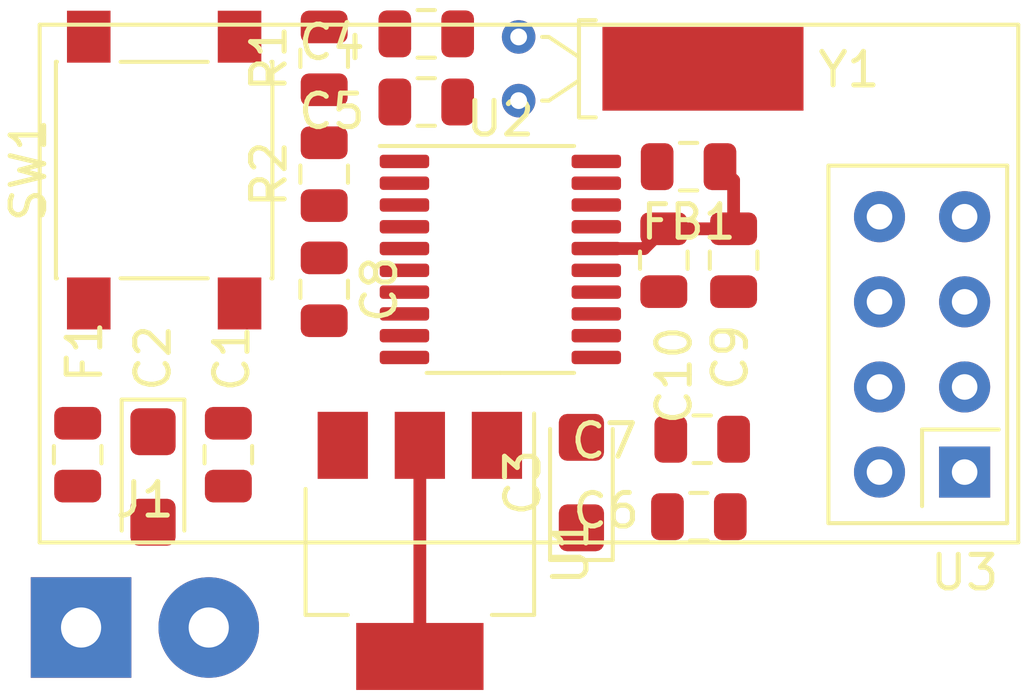
<source format=kicad_pcb>
(kicad_pcb (version 20171130) (host pcbnew "(5.1.5)-3")

  (general
    (thickness 1.6)
    (drawings 0)
    (tracks 6)
    (zones 0)
    (modules 20)
    (nets 23)
  )

  (page A4)
  (layers
    (0 F.Cu signal)
    (31 B.Cu signal)
    (32 B.Adhes user)
    (33 F.Adhes user)
    (34 B.Paste user)
    (35 F.Paste user)
    (36 B.SilkS user)
    (37 F.SilkS user)
    (38 B.Mask user)
    (39 F.Mask user)
    (40 Dwgs.User user)
    (41 Cmts.User user)
    (42 Eco1.User user)
    (43 Eco2.User user)
    (44 Edge.Cuts user)
    (45 Margin user)
    (46 B.CrtYd user)
    (47 F.CrtYd user)
    (48 B.Fab user)
    (49 F.Fab user)
  )

  (setup
    (last_trace_width 0.254)
    (trace_clearance 0.1778)
    (zone_clearance 0.508)
    (zone_45_only no)
    (trace_min 0.2)
    (via_size 0.8)
    (via_drill 0.4)
    (via_min_size 0.4)
    (via_min_drill 0.3)
    (uvia_size 0.3)
    (uvia_drill 0.1)
    (uvias_allowed no)
    (uvia_min_size 0.2)
    (uvia_min_drill 0.1)
    (edge_width 0.05)
    (segment_width 0.2)
    (pcb_text_width 0.3)
    (pcb_text_size 1.5 1.5)
    (mod_edge_width 0.12)
    (mod_text_size 1 1)
    (mod_text_width 0.15)
    (pad_size 1.524 1.524)
    (pad_drill 0.762)
    (pad_to_mask_clearance 0.051)
    (solder_mask_min_width 0.25)
    (aux_axis_origin 0 0)
    (grid_origin 66.2178 56.7436)
    (visible_elements 7FFFFFFF)
    (pcbplotparams
      (layerselection 0x010fc_ffffffff)
      (usegerberextensions false)
      (usegerberattributes false)
      (usegerberadvancedattributes false)
      (creategerberjobfile false)
      (excludeedgelayer true)
      (linewidth 0.100000)
      (plotframeref false)
      (viasonmask false)
      (mode 1)
      (useauxorigin false)
      (hpglpennumber 1)
      (hpglpenspeed 20)
      (hpglpendiameter 15.000000)
      (psnegative false)
      (psa4output false)
      (plotreference true)
      (plotvalue true)
      (plotinvisibletext false)
      (padsonsilk false)
      (subtractmaskfromsilk false)
      (outputformat 1)
      (mirror false)
      (drillshape 1)
      (scaleselection 1)
      (outputdirectory ""))
  )

  (net 0 "")
  (net 1 GND)
  (net 2 "Net-(C1-Pad1)")
  (net 3 +3V3)
  (net 4 "Net-(C4-Pad1)")
  (net 5 "Net-(C5-Pad1)")
  (net 6 "Net-(C8-Pad1)")
  (net 7 +5V)
  (net 8 +3.3VA)
  (net 9 /BOOT0)
  (net 10 /SWCLK)
  (net 11 /SWDIO)
  (net 12 /nRF24L01_CSN)
  (net 13 /nRF24L01_CE)
  (net 14 /nRF24L01_IRQ)
  (net 15 /nRF24L01_MOSI)
  (net 16 /nRF24L01_MISO)
  (net 17 /nRF24L01_SCK)
  (net 18 "Net-(U2-Pad10)")
  (net 19 "Net-(U2-Pad9)")
  (net 20 "Net-(U2-Pad8)")
  (net 21 "Net-(U2-Pad7)")
  (net 22 "Net-(U2-Pad6)")

  (net_class Default 这是默认网络类。
    (clearance 0.1778)
    (trace_width 0.254)
    (via_dia 0.8)
    (via_drill 0.4)
    (uvia_dia 0.3)
    (uvia_drill 0.1)
    (diff_pair_width 0.254)
    (diff_pair_gap 0.1778)
    (add_net +3.3VA)
    (add_net /BOOT0)
    (add_net /SWCLK)
    (add_net /SWDIO)
    (add_net /nRF24L01_CE)
    (add_net /nRF24L01_CSN)
    (add_net /nRF24L01_IRQ)
    (add_net /nRF24L01_MISO)
    (add_net /nRF24L01_MOSI)
    (add_net /nRF24L01_SCK)
    (add_net GND)
    (add_net "Net-(C1-Pad1)")
    (add_net "Net-(C4-Pad1)")
    (add_net "Net-(C5-Pad1)")
    (add_net "Net-(C8-Pad1)")
    (add_net "Net-(U2-Pad10)")
    (add_net "Net-(U2-Pad6)")
    (add_net "Net-(U2-Pad7)")
    (add_net "Net-(U2-Pad8)")
    (add_net "Net-(U2-Pad9)")
  )

  (net_class power ""
    (clearance 0.1778)
    (trace_width 0.381)
    (via_dia 1)
    (via_drill 0.5)
    (uvia_dia 0.3)
    (uvia_drill 0.1)
    (diff_pair_width 0.254)
    (diff_pair_gap 0.1778)
    (add_net +3V3)
    (add_net +5V)
  )

  (module Crystal:Crystal_DS26_D2.0mm_L6.0mm_Horizontal_1EP_style1 (layer F.Cu) (tedit 5A0FD1B2) (tstamp 5E6C9DB4)
    (at 64.477 74.7116 90)
    (descr "Crystal THT DS26 6.0mm length 2.0mm diameter http://www.microcrystal.com/images/_Product-Documentation/03_TF_metal_Packages/01_Datasheet/DS-Series.pdf")
    (tags ['DS26'])
    (path /5E6D99EC)
    (fp_text reference Y1 (at 0.9246 9.85864) (layer F.SilkS)
      (effects (font (size 1 1) (thickness 0.15)))
    )
    (fp_text value 32.768kHz (at 3.72 1.625) (layer F.Fab) hide
      (effects (font (size 1 1) (thickness 0.15)))
    )
    (fp_line (start 2.7 -0.8) (end -0.8 -0.8) (layer F.CrtYd) (width 0.05))
    (fp_line (start 2.7 8.8) (end 2.7 -0.8) (layer F.CrtYd) (width 0.05))
    (fp_line (start -0.8 8.8) (end 2.7 8.8) (layer F.CrtYd) (width 0.05))
    (fp_line (start -0.8 -0.8) (end -0.8 8.8) (layer F.CrtYd) (width 0.05))
    (fp_line (start 1.9 0.9) (end 1.9 0.7) (layer F.SilkS) (width 0.12))
    (fp_line (start 1.3 1.8) (end 1.9 0.9) (layer F.SilkS) (width 0.12))
    (fp_line (start 0 0.9) (end 0 0.7) (layer F.SilkS) (width 0.12))
    (fp_line (start 0.6 1.8) (end 0 0.9) (layer F.SilkS) (width 0.12))
    (fp_line (start 2.4 1.8) (end 2.4 2.3) (layer F.SilkS) (width 0.12))
    (fp_line (start -0.5 1.8) (end 2.4 1.8) (layer F.SilkS) (width 0.12))
    (fp_line (start -0.5 2.3) (end -0.5 1.8) (layer F.SilkS) (width 0.12))
    (fp_line (start 1.9 1) (end 1.9 0) (layer F.Fab) (width 0.1))
    (fp_line (start 1.3 2) (end 1.9 1) (layer F.Fab) (width 0.1))
    (fp_line (start 0 1) (end 0 0) (layer F.Fab) (width 0.1))
    (fp_line (start 0.6 2) (end 0 1) (layer F.Fab) (width 0.1))
    (fp_line (start 1.95 2) (end -0.05 2) (layer F.Fab) (width 0.1))
    (fp_line (start 1.95 8) (end 1.95 2) (layer F.Fab) (width 0.1))
    (fp_line (start -0.05 8) (end 1.95 8) (layer F.Fab) (width 0.1))
    (fp_line (start -0.05 2) (end -0.05 8) (layer F.Fab) (width 0.1))
    (fp_text user %R (at 1 5.25 180) (layer B.Fab)
      (effects (font (size 0.7 0.7) (thickness 0.105)) (justify mirror))
    )
    (pad 3 smd rect (at 0.95 5.5 90) (size 2.5 6) (layers F.Cu F.Paste F.Mask))
    (pad 2 thru_hole circle (at 1.9 0 90) (size 1 1) (drill 0.5) (layers *.Cu *.Mask)
      (net 4 "Net-(C4-Pad1)"))
    (pad 1 thru_hole circle (at 0 0 90) (size 1 1) (drill 0.5) (layers *.Cu *.Mask)
      (net 5 "Net-(C5-Pad1)"))
    (model ${KISYS3DMOD}/Crystal.3dshapes/Crystal_DS26_D2.0mm_L6.0mm_Horizontal_1EP_style1.wrl
      (at (xyz 0 0 0))
      (scale (xyz 1 1 1))
      (rotate (xyz 0 0 0))
    )
  )

  (module RF_Module:nRF24L01_Breakout (layer F.Cu) (tedit 5A056C61) (tstamp 5E6C6364)
    (at 77.78496 85.79612 180)
    (descr "nRF24L01 breakout board")
    (tags "nRF24L01 adapter breakout")
    (path /5E663A1C)
    (fp_text reference U3 (at 0 -3) (layer F.SilkS)
      (effects (font (size 1 1) (thickness 0.15)))
    )
    (fp_text value NRF24L01_Breakout (at 13 5) (layer F.Fab) hide
      (effects (font (size 1 1) (thickness 0.15)))
    )
    (fp_text user %R (at 12.5 2.5) (layer F.Fab)
      (effects (font (size 1 1) (thickness 0.15)))
    )
    (fp_line (start 27.75 -2.25) (end 27.75 -2.25) (layer F.CrtYd) (width 0.05))
    (fp_line (start 27.75 13.5) (end 27.75 -2.25) (layer F.CrtYd) (width 0.05))
    (fp_line (start -1.75 13.5) (end 27.75 13.5) (layer F.CrtYd) (width 0.05))
    (fp_line (start -1.75 -2.25) (end -1.75 13.5) (layer F.CrtYd) (width 0.05))
    (fp_line (start 27.75 -2.25) (end -1.75 -2.25) (layer F.CrtYd) (width 0.05))
    (fp_line (start -1.27 -1.524) (end -1.27 -1.524) (layer F.SilkS) (width 0.12))
    (fp_line (start -1.27 9.144) (end -1.27 -1.524) (layer F.SilkS) (width 0.12))
    (fp_line (start -1.6 -2.1) (end -1.6 -2.1) (layer F.SilkS) (width 0.12))
    (fp_line (start -1.6 13.35) (end -1.6 -2.1) (layer F.SilkS) (width 0.12))
    (fp_line (start 27.6 13.35) (end -1.6 13.35) (layer F.SilkS) (width 0.12))
    (fp_line (start 27.6 -2.1) (end 27.6 13.35) (layer F.SilkS) (width 0.12))
    (fp_line (start -1.6 -2.1) (end 27.6 -2.1) (layer F.SilkS) (width 0.12))
    (fp_line (start -1.016 1.27) (end -1.016 1.27) (layer F.SilkS) (width 0.12))
    (fp_line (start 1.27 1.27) (end -1.016 1.27) (layer F.SilkS) (width 0.12))
    (fp_line (start 1.27 -1.016) (end 1.27 1.27) (layer F.SilkS) (width 0.12))
    (fp_line (start -1.27 9.144) (end -1.27 9.144) (layer F.SilkS) (width 0.12))
    (fp_line (start 4.064 9.144) (end -1.27 9.144) (layer F.SilkS) (width 0.12))
    (fp_line (start 4.064 -1.524) (end 4.064 9.144) (layer F.SilkS) (width 0.12))
    (fp_line (start -1.27 -1.524) (end 4.064 -1.524) (layer F.SilkS) (width 0.12))
    (fp_line (start -1.27 -1.27) (end -1.27 -1.27) (layer F.Fab) (width 0.1))
    (fp_line (start -1.27 8.89) (end -1.27 -1.27) (layer F.Fab) (width 0.1))
    (fp_line (start 3.81 8.89) (end -1.27 8.89) (layer F.Fab) (width 0.1))
    (fp_line (start 3.81 -1.27) (end 3.81 8.89) (layer F.Fab) (width 0.1))
    (fp_line (start -1.27 -1.27) (end 3.81 -1.27) (layer F.Fab) (width 0.1))
    (fp_line (start -1.5 -2) (end -1.5 -2) (layer F.Fab) (width 0.1))
    (fp_line (start -1.5 13.25) (end -1.5 -2) (layer F.Fab) (width 0.1))
    (fp_line (start 27.5 13.25) (end -1.5 13.25) (layer F.Fab) (width 0.1))
    (fp_line (start 27.5 -2) (end 27.5 13.25) (layer F.Fab) (width 0.1))
    (fp_line (start -1.5 -2) (end 27.5 -2) (layer F.Fab) (width 0.1))
    (pad 8 thru_hole circle (at 2.54 7.62 180) (size 1.524 1.524) (drill 0.762) (layers *.Cu *.Mask)
      (net 14 /nRF24L01_IRQ))
    (pad 7 thru_hole circle (at 0 7.62 180) (size 1.524 1.524) (drill 0.762) (layers *.Cu *.Mask)
      (net 16 /nRF24L01_MISO))
    (pad 6 thru_hole circle (at 2.54 5.08 180) (size 1.524 1.524) (drill 0.762) (layers *.Cu *.Mask)
      (net 15 /nRF24L01_MOSI))
    (pad 5 thru_hole circle (at 0 5.08 180) (size 1.524 1.524) (drill 0.762) (layers *.Cu *.Mask)
      (net 17 /nRF24L01_SCK))
    (pad 4 thru_hole circle (at 2.54 2.54 180) (size 1.524 1.524) (drill 0.762) (layers *.Cu *.Mask)
      (net 12 /nRF24L01_CSN))
    (pad 3 thru_hole circle (at 0 2.54 180) (size 1.524 1.524) (drill 0.762) (layers *.Cu *.Mask)
      (net 13 /nRF24L01_CE))
    (pad 2 thru_hole circle (at 2.54 0 180) (size 1.524 1.524) (drill 0.762) (layers *.Cu *.Mask)
      (net 3 +3V3))
    (pad 1 thru_hole rect (at 0 0 180) (size 1.524 1.524) (drill 0.762) (layers *.Cu *.Mask)
      (net 1 GND))
    (model "D:/Program Files/KiCad/share/kicad/modules/RF_Module.pretty/nRF24L01_Breakout.kicad_mod"
      (at (xyz 0 0 0))
      (scale (xyz 1 1 1))
      (rotate (xyz 0 0 0))
    )
  )

  (module Package_SO:TSSOP-20_4.4x6.5mm_P0.65mm (layer F.Cu) (tedit 5E476F32) (tstamp 5E6C633A)
    (at 63.9318 79.4512)
    (descr "TSSOP, 20 Pin (JEDEC MO-153 Var AC https://www.jedec.org/document_search?search_api_views_fulltext=MO-153), generated with kicad-footprint-generator ipc_gullwing_generator.py")
    (tags "TSSOP SO")
    (path /5E6622F0)
    (attr smd)
    (fp_text reference U2 (at 0 -4.2) (layer F.SilkS)
      (effects (font (size 1 1) (thickness 0.15)))
    )
    (fp_text value STM32L011F4Px (at 0 4.2) (layer F.Fab) hide
      (effects (font (size 1 1) (thickness 0.15)))
    )
    (fp_text user %R (at 0.1016 0.1524) (layer F.Fab)
      (effects (font (size 1 1) (thickness 0.15)))
    )
    (fp_line (start 3.85 -3.5) (end -3.85 -3.5) (layer F.CrtYd) (width 0.05))
    (fp_line (start 3.85 3.5) (end 3.85 -3.5) (layer F.CrtYd) (width 0.05))
    (fp_line (start -3.85 3.5) (end 3.85 3.5) (layer F.CrtYd) (width 0.05))
    (fp_line (start -3.85 -3.5) (end -3.85 3.5) (layer F.CrtYd) (width 0.05))
    (fp_line (start -2.2 -2.25) (end -1.2 -3.25) (layer F.Fab) (width 0.1))
    (fp_line (start -2.2 3.25) (end -2.2 -2.25) (layer F.Fab) (width 0.1))
    (fp_line (start 2.2 3.25) (end -2.2 3.25) (layer F.Fab) (width 0.1))
    (fp_line (start 2.2 -3.25) (end 2.2 3.25) (layer F.Fab) (width 0.1))
    (fp_line (start -1.2 -3.25) (end 2.2 -3.25) (layer F.Fab) (width 0.1))
    (fp_line (start 0 -3.385) (end -3.6 -3.385) (layer F.SilkS) (width 0.12))
    (fp_line (start 0 -3.385) (end 2.2 -3.385) (layer F.SilkS) (width 0.12))
    (fp_line (start 0 3.385) (end -2.2 3.385) (layer F.SilkS) (width 0.12))
    (fp_line (start 0 3.385) (end 2.2 3.385) (layer F.SilkS) (width 0.12))
    (pad 20 smd roundrect (at 2.8625 -2.925) (size 1.475 0.4) (layers F.Cu F.Paste F.Mask) (roundrect_rratio 0.25)
      (net 10 /SWCLK))
    (pad 19 smd roundrect (at 2.8625 -2.275) (size 1.475 0.4) (layers F.Cu F.Paste F.Mask) (roundrect_rratio 0.25)
      (net 11 /SWDIO))
    (pad 18 smd roundrect (at 2.8625 -1.625) (size 1.475 0.4) (layers F.Cu F.Paste F.Mask) (roundrect_rratio 0.25)
      (net 12 /nRF24L01_CSN))
    (pad 17 smd roundrect (at 2.8625 -0.975) (size 1.475 0.4) (layers F.Cu F.Paste F.Mask) (roundrect_rratio 0.25)
      (net 13 /nRF24L01_CE))
    (pad 16 smd roundrect (at 2.8625 -0.325) (size 1.475 0.4) (layers F.Cu F.Paste F.Mask) (roundrect_rratio 0.25)
      (net 3 +3V3))
    (pad 15 smd roundrect (at 2.8625 0.325) (size 1.475 0.4) (layers F.Cu F.Paste F.Mask) (roundrect_rratio 0.25)
      (net 1 GND))
    (pad 14 smd roundrect (at 2.8625 0.975) (size 1.475 0.4) (layers F.Cu F.Paste F.Mask) (roundrect_rratio 0.25)
      (net 14 /nRF24L01_IRQ))
    (pad 13 smd roundrect (at 2.8625 1.625) (size 1.475 0.4) (layers F.Cu F.Paste F.Mask) (roundrect_rratio 0.25)
      (net 15 /nRF24L01_MOSI))
    (pad 12 smd roundrect (at 2.8625 2.275) (size 1.475 0.4) (layers F.Cu F.Paste F.Mask) (roundrect_rratio 0.25)
      (net 16 /nRF24L01_MISO))
    (pad 11 smd roundrect (at 2.8625 2.925) (size 1.475 0.4) (layers F.Cu F.Paste F.Mask) (roundrect_rratio 0.25)
      (net 17 /nRF24L01_SCK))
    (pad 10 smd roundrect (at -2.8625 2.925) (size 1.475 0.4) (layers F.Cu F.Paste F.Mask) (roundrect_rratio 0.25)
      (net 18 "Net-(U2-Pad10)"))
    (pad 9 smd roundrect (at -2.8625 2.275) (size 1.475 0.4) (layers F.Cu F.Paste F.Mask) (roundrect_rratio 0.25)
      (net 19 "Net-(U2-Pad9)"))
    (pad 8 smd roundrect (at -2.8625 1.625) (size 1.475 0.4) (layers F.Cu F.Paste F.Mask) (roundrect_rratio 0.25)
      (net 20 "Net-(U2-Pad8)"))
    (pad 7 smd roundrect (at -2.8625 0.975) (size 1.475 0.4) (layers F.Cu F.Paste F.Mask) (roundrect_rratio 0.25)
      (net 21 "Net-(U2-Pad7)"))
    (pad 6 smd roundrect (at -2.8625 0.325) (size 1.475 0.4) (layers F.Cu F.Paste F.Mask) (roundrect_rratio 0.25)
      (net 22 "Net-(U2-Pad6)"))
    (pad 5 smd roundrect (at -2.8625 -0.325) (size 1.475 0.4) (layers F.Cu F.Paste F.Mask) (roundrect_rratio 0.25)
      (net 8 +3.3VA))
    (pad 4 smd roundrect (at -2.8625 -0.975) (size 1.475 0.4) (layers F.Cu F.Paste F.Mask) (roundrect_rratio 0.25)
      (net 6 "Net-(C8-Pad1)"))
    (pad 3 smd roundrect (at -2.8625 -1.625) (size 1.475 0.4) (layers F.Cu F.Paste F.Mask) (roundrect_rratio 0.25)
      (net 5 "Net-(C5-Pad1)"))
    (pad 2 smd roundrect (at -2.8625 -2.275) (size 1.475 0.4) (layers F.Cu F.Paste F.Mask) (roundrect_rratio 0.25)
      (net 4 "Net-(C4-Pad1)"))
    (pad 1 smd roundrect (at -2.8625 -2.925) (size 1.475 0.4) (layers F.Cu F.Paste F.Mask) (roundrect_rratio 0.25)
      (net 9 /BOOT0))
    (model ${KISYS3DMOD}/Package_SO.3dshapes/TSSOP-20_4.4x6.5mm_P0.65mm.wrl
      (at (xyz 0 0 0))
      (scale (xyz 1 1 1))
      (rotate (xyz 0 0 0))
    )
  )

  (module Package_TO_SOT_SMD:SOT-223-3_TabPin2 (layer F.Cu) (tedit 5A02FF57) (tstamp 5E6C6314)
    (at 61.52896 88.14816 270)
    (descr "module CMS SOT223 4 pins")
    (tags "CMS SOT")
    (path /5E6F1831)
    (attr smd)
    (fp_text reference U1 (at 0 -4.5 90) (layer F.SilkS)
      (effects (font (size 1 1) (thickness 0.15)))
    )
    (fp_text value AMS1117-3.3 (at 0 4.5 90) (layer F.Fab) hide
      (effects (font (size 1 1) (thickness 0.15)))
    )
    (fp_line (start 1.85 -3.35) (end 1.85 3.35) (layer F.Fab) (width 0.1))
    (fp_line (start -1.85 3.35) (end 1.85 3.35) (layer F.Fab) (width 0.1))
    (fp_line (start -4.1 -3.41) (end 1.91 -3.41) (layer F.SilkS) (width 0.12))
    (fp_line (start -0.85 -3.35) (end 1.85 -3.35) (layer F.Fab) (width 0.1))
    (fp_line (start -1.85 3.41) (end 1.91 3.41) (layer F.SilkS) (width 0.12))
    (fp_line (start -1.85 -2.35) (end -1.85 3.35) (layer F.Fab) (width 0.1))
    (fp_line (start -1.85 -2.35) (end -0.85 -3.35) (layer F.Fab) (width 0.1))
    (fp_line (start -4.4 -3.6) (end -4.4 3.6) (layer F.CrtYd) (width 0.05))
    (fp_line (start -4.4 3.6) (end 4.4 3.6) (layer F.CrtYd) (width 0.05))
    (fp_line (start 4.4 3.6) (end 4.4 -3.6) (layer F.CrtYd) (width 0.05))
    (fp_line (start 4.4 -3.6) (end -4.4 -3.6) (layer F.CrtYd) (width 0.05))
    (fp_line (start 1.91 -3.41) (end 1.91 -2.15) (layer F.SilkS) (width 0.12))
    (fp_line (start 1.91 3.41) (end 1.91 2.15) (layer F.SilkS) (width 0.12))
    (fp_text user %R (at 0.254 -0.4826) (layer F.Fab)
      (effects (font (size 0.8 0.8) (thickness 0.12)))
    )
    (pad 1 smd rect (at -3.15 -2.3 270) (size 2 1.5) (layers F.Cu F.Paste F.Mask)
      (net 1 GND))
    (pad 3 smd rect (at -3.15 2.3 270) (size 2 1.5) (layers F.Cu F.Paste F.Mask)
      (net 2 "Net-(C1-Pad1)"))
    (pad 2 smd rect (at -3.15 0 270) (size 2 1.5) (layers F.Cu F.Paste F.Mask)
      (net 3 +3V3))
    (pad 2 smd rect (at 3.15 0 270) (size 2 3.8) (layers F.Cu F.Paste F.Mask)
      (net 3 +3V3))
    (model ${KISYS3DMOD}/Package_TO_SOT_SMD.3dshapes/SOT-223.wrl
      (at (xyz 0 0 0))
      (scale (xyz 1 1 1))
      (rotate (xyz 0 0 0))
    )
  )

  (module Button_Switch_SMD:SW_SPST_PTS645 (layer F.Cu) (tedit 5A02FC95) (tstamp 5E6C62FE)
    (at 53.8988 76.7842 90)
    (descr "C&K Components SPST SMD PTS645 Series 6mm Tact Switch")
    (tags "SPST Button Switch")
    (path /5E6B1C36)
    (attr smd)
    (fp_text reference SW1 (at 0 -4.05 90) (layer F.SilkS)
      (effects (font (size 1 1) (thickness 0.15)))
    )
    (fp_text value SW_Push (at 0 4.15 90) (layer F.Fab) hide
      (effects (font (size 1 1) (thickness 0.15)))
    )
    (fp_circle (center 0 0) (end 1.75 -0.05) (layer F.Fab) (width 0.1))
    (fp_line (start -3.23 3.23) (end 3.23 3.23) (layer F.SilkS) (width 0.12))
    (fp_line (start -3.23 -1.3) (end -3.23 1.3) (layer F.SilkS) (width 0.12))
    (fp_line (start -3.23 -3.23) (end 3.23 -3.23) (layer F.SilkS) (width 0.12))
    (fp_line (start 3.23 -1.3) (end 3.23 1.3) (layer F.SilkS) (width 0.12))
    (fp_line (start -3.23 -3.2) (end -3.23 -3.23) (layer F.SilkS) (width 0.12))
    (fp_line (start -3.23 3.23) (end -3.23 3.2) (layer F.SilkS) (width 0.12))
    (fp_line (start 3.23 3.23) (end 3.23 3.2) (layer F.SilkS) (width 0.12))
    (fp_line (start 3.23 -3.23) (end 3.23 -3.2) (layer F.SilkS) (width 0.12))
    (fp_line (start -5.05 -3.4) (end 5.05 -3.4) (layer F.CrtYd) (width 0.05))
    (fp_line (start -5.05 3.4) (end 5.05 3.4) (layer F.CrtYd) (width 0.05))
    (fp_line (start -5.05 -3.4) (end -5.05 3.4) (layer F.CrtYd) (width 0.05))
    (fp_line (start 5.05 3.4) (end 5.05 -3.4) (layer F.CrtYd) (width 0.05))
    (fp_line (start 3 -3) (end -3 -3) (layer F.Fab) (width 0.1))
    (fp_line (start 3 3) (end 3 -3) (layer F.Fab) (width 0.1))
    (fp_line (start -3 3) (end 3 3) (layer F.Fab) (width 0.1))
    (fp_line (start -3 -3) (end -3 3) (layer F.Fab) (width 0.1))
    (fp_text user %R (at 0 -4.05 90) (layer F.Fab)
      (effects (font (size 1 1) (thickness 0.15)))
    )
    (pad 2 smd rect (at 3.98 2.25 90) (size 1.55 1.3) (layers F.Cu F.Paste F.Mask)
      (net 6 "Net-(C8-Pad1)"))
    (pad 1 smd rect (at 3.98 -2.25 90) (size 1.55 1.3) (layers F.Cu F.Paste F.Mask)
      (net 1 GND))
    (pad 1 smd rect (at -3.98 -2.25 90) (size 1.55 1.3) (layers F.Cu F.Paste F.Mask)
      (net 1 GND))
    (pad 2 smd rect (at -3.98 2.25 90) (size 1.55 1.3) (layers F.Cu F.Paste F.Mask)
      (net 6 "Net-(C8-Pad1)"))
    (model ${KISYS3DMOD}/Button_Switch_SMD.3dshapes/SW_SPST_PTS645.wrl
      (at (xyz 0 0 0))
      (scale (xyz 1 1 1))
      (rotate (xyz 0 0 0))
    )
  )

  (module Resistor_SMD:R_0805_2012Metric (layer F.Cu) (tedit 5B36C52B) (tstamp 5E6C62E4)
    (at 58.674 76.90675 90)
    (descr "Resistor SMD 0805 (2012 Metric), square (rectangular) end terminal, IPC_7351 nominal, (Body size source: https://docs.google.com/spreadsheets/d/1BsfQQcO9C6DZCsRaXUlFlo91Tg2WpOkGARC1WS5S8t0/edit?usp=sharing), generated with kicad-footprint-generator")
    (tags resistor)
    (path /5E6BBA39)
    (attr smd)
    (fp_text reference R2 (at 0 -1.65 90) (layer F.SilkS)
      (effects (font (size 1 1) (thickness 0.15)))
    )
    (fp_text value 1kO (at 0 1.65 90) (layer F.Fab) hide
      (effects (font (size 1 1) (thickness 0.15)))
    )
    (fp_text user %R (at 0 0 270) (layer F.Fab)
      (effects (font (size 0.5 0.5) (thickness 0.08)))
    )
    (fp_line (start 1.68 0.95) (end -1.68 0.95) (layer F.CrtYd) (width 0.05))
    (fp_line (start 1.68 -0.95) (end 1.68 0.95) (layer F.CrtYd) (width 0.05))
    (fp_line (start -1.68 -0.95) (end 1.68 -0.95) (layer F.CrtYd) (width 0.05))
    (fp_line (start -1.68 0.95) (end -1.68 -0.95) (layer F.CrtYd) (width 0.05))
    (fp_line (start -0.258578 0.71) (end 0.258578 0.71) (layer F.SilkS) (width 0.12))
    (fp_line (start -0.258578 -0.71) (end 0.258578 -0.71) (layer F.SilkS) (width 0.12))
    (fp_line (start 1 0.6) (end -1 0.6) (layer F.Fab) (width 0.1))
    (fp_line (start 1 -0.6) (end 1 0.6) (layer F.Fab) (width 0.1))
    (fp_line (start -1 -0.6) (end 1 -0.6) (layer F.Fab) (width 0.1))
    (fp_line (start -1 0.6) (end -1 -0.6) (layer F.Fab) (width 0.1))
    (pad 2 smd roundrect (at 0.9375 0 90) (size 0.975 1.4) (layers F.Cu F.Paste F.Mask) (roundrect_rratio 0.25)
      (net 9 /BOOT0))
    (pad 1 smd roundrect (at -0.9375 0 90) (size 0.975 1.4) (layers F.Cu F.Paste F.Mask) (roundrect_rratio 0.25)
      (net 1 GND))
    (model ${KISYS3DMOD}/Resistor_SMD.3dshapes/R_0805_2012Metric.wrl
      (at (xyz 0 0 0))
      (scale (xyz 1 1 1))
      (rotate (xyz 0 0 0))
    )
  )

  (module Resistor_SMD:R_0805_2012Metric (layer F.Cu) (tedit 5B36C52B) (tstamp 5E6C62D3)
    (at 58.674 73.4502 90)
    (descr "Resistor SMD 0805 (2012 Metric), square (rectangular) end terminal, IPC_7351 nominal, (Body size source: https://docs.google.com/spreadsheets/d/1BsfQQcO9C6DZCsRaXUlFlo91Tg2WpOkGARC1WS5S8t0/edit?usp=sharing), generated with kicad-footprint-generator")
    (tags resistor)
    (path /5E6BA8B4)
    (attr smd)
    (fp_text reference R1 (at 0 -1.65 90) (layer F.SilkS)
      (effects (font (size 1 1) (thickness 0.15)))
    )
    (fp_text value 1kO (at 0 1.65 90) (layer F.Fab) hide
      (effects (font (size 1 1) (thickness 0.15)))
    )
    (fp_text user %R (at 0 0 90) (layer F.Fab)
      (effects (font (size 0.5 0.5) (thickness 0.08)))
    )
    (fp_line (start 1.68 0.95) (end -1.68 0.95) (layer F.CrtYd) (width 0.05))
    (fp_line (start 1.68 -0.95) (end 1.68 0.95) (layer F.CrtYd) (width 0.05))
    (fp_line (start -1.68 -0.95) (end 1.68 -0.95) (layer F.CrtYd) (width 0.05))
    (fp_line (start -1.68 0.95) (end -1.68 -0.95) (layer F.CrtYd) (width 0.05))
    (fp_line (start -0.258578 0.71) (end 0.258578 0.71) (layer F.SilkS) (width 0.12))
    (fp_line (start -0.258578 -0.71) (end 0.258578 -0.71) (layer F.SilkS) (width 0.12))
    (fp_line (start 1 0.6) (end -1 0.6) (layer F.Fab) (width 0.1))
    (fp_line (start 1 -0.6) (end 1 0.6) (layer F.Fab) (width 0.1))
    (fp_line (start -1 -0.6) (end 1 -0.6) (layer F.Fab) (width 0.1))
    (fp_line (start -1 0.6) (end -1 -0.6) (layer F.Fab) (width 0.1))
    (pad 2 smd roundrect (at 0.9375 0 90) (size 0.975 1.4) (layers F.Cu F.Paste F.Mask) (roundrect_rratio 0.25)
      (net 3 +3V3))
    (pad 1 smd roundrect (at -0.9375 0 90) (size 0.975 1.4) (layers F.Cu F.Paste F.Mask) (roundrect_rratio 0.25)
      (net 9 /BOOT0))
    (model ${KISYS3DMOD}/Resistor_SMD.3dshapes/R_0805_2012Metric.wrl
      (at (xyz 0 0 0))
      (scale (xyz 1 1 1))
      (rotate (xyz 0 0 0))
    )
  )

  (module Connector_Wire:SolderWirePad_1x02_P3.81mm_Drill1.2mm (layer F.Cu) (tedit 5AEE5EF3) (tstamp 5E6C62C2)
    (at 51.41976 90.43416)
    (descr "Wire solder connection")
    (tags connector)
    (path /5E6B93E2)
    (attr virtual)
    (fp_text reference J1 (at 1.905 -3.81) (layer F.SilkS)
      (effects (font (size 1 1) (thickness 0.15)))
    )
    (fp_text value Conn_01x02 (at 1.905 3.81) (layer F.Fab) hide
      (effects (font (size 1 1) (thickness 0.15)))
    )
    (fp_line (start 5.81 2) (end -1.99 2) (layer F.CrtYd) (width 0.05))
    (fp_line (start 5.81 2) (end 5.81 -2) (layer F.CrtYd) (width 0.05))
    (fp_line (start -1.99 -2) (end -1.99 2) (layer F.CrtYd) (width 0.05))
    (fp_line (start -1.99 -2) (end 5.81 -2) (layer F.CrtYd) (width 0.05))
    (fp_text user %R (at 1.8542 0.1524) (layer F.Fab)
      (effects (font (size 1 1) (thickness 0.15)))
    )
    (pad 2 thru_hole circle (at 3.81 0) (size 2.99974 2.99974) (drill 1.19888) (layers *.Cu *.Mask)
      (net 1 GND))
    (pad 1 thru_hole rect (at 0 0) (size 2.99974 2.99974) (drill 1.19888) (layers *.Cu *.Mask)
      (net 7 +5V))
  )

  (module Inductor_SMD:L_0805_2012Metric (layer F.Cu) (tedit 5B36C52B) (tstamp 5E6CAE6D)
    (at 69.5475 76.6826 180)
    (descr "Inductor SMD 0805 (2012 Metric), square (rectangular) end terminal, IPC_7351 nominal, (Body size source: https://docs.google.com/spreadsheets/d/1BsfQQcO9C6DZCsRaXUlFlo91Tg2WpOkGARC1WS5S8t0/edit?usp=sharing), generated with kicad-footprint-generator")
    (tags inductor)
    (path /5E69DC88)
    (attr smd)
    (fp_text reference FB1 (at 0 -1.65) (layer F.SilkS)
      (effects (font (size 1 1) (thickness 0.15)))
    )
    (fp_text value Ferrite_Bead_Small (at 0 1.65) (layer F.Fab) hide
      (effects (font (size 1 1) (thickness 0.15)))
    )
    (fp_text user %R (at -0.0277 0) (layer F.Fab)
      (effects (font (size 0.5 0.5) (thickness 0.08)))
    )
    (fp_line (start 1.68 0.95) (end -1.68 0.95) (layer F.CrtYd) (width 0.05))
    (fp_line (start 1.68 -0.95) (end 1.68 0.95) (layer F.CrtYd) (width 0.05))
    (fp_line (start -1.68 -0.95) (end 1.68 -0.95) (layer F.CrtYd) (width 0.05))
    (fp_line (start -1.68 0.95) (end -1.68 -0.95) (layer F.CrtYd) (width 0.05))
    (fp_line (start -0.258578 0.71) (end 0.258578 0.71) (layer F.SilkS) (width 0.12))
    (fp_line (start -0.258578 -0.71) (end 0.258578 -0.71) (layer F.SilkS) (width 0.12))
    (fp_line (start 1 0.6) (end -1 0.6) (layer F.Fab) (width 0.1))
    (fp_line (start 1 -0.6) (end 1 0.6) (layer F.Fab) (width 0.1))
    (fp_line (start -1 -0.6) (end 1 -0.6) (layer F.Fab) (width 0.1))
    (fp_line (start -1 0.6) (end -1 -0.6) (layer F.Fab) (width 0.1))
    (pad 2 smd roundrect (at 0.9375 0 180) (size 0.975 1.4) (layers F.Cu F.Paste F.Mask) (roundrect_rratio 0.25)
      (net 8 +3.3VA))
    (pad 1 smd roundrect (at -0.9375 0 180) (size 0.975 1.4) (layers F.Cu F.Paste F.Mask) (roundrect_rratio 0.25)
      (net 3 +3V3))
    (model ${KISYS3DMOD}/Inductor_SMD.3dshapes/L_0805_2012Metric.wrl
      (at (xyz 0 0 0))
      (scale (xyz 1 1 1))
      (rotate (xyz 0 0 0))
    )
  )

  (module Fuse:Fuse_0805_2012Metric (layer F.Cu) (tedit 5B36C52C) (tstamp 5E6C62A6)
    (at 51.31816 85.27716 90)
    (descr "Fuse SMD 0805 (2012 Metric), square (rectangular) end terminal, IPC_7351 nominal, (Body size source: https://docs.google.com/spreadsheets/d/1BsfQQcO9C6DZCsRaXUlFlo91Tg2WpOkGARC1WS5S8t0/edit?usp=sharing), generated with kicad-footprint-generator")
    (tags resistor)
    (path /5E6F75FC)
    (attr smd)
    (fp_text reference F1 (at 3.0711 0.2032 90) (layer F.SilkS)
      (effects (font (size 1 1) (thickness 0.15)))
    )
    (fp_text value Fuse_Small (at 0 1.65 90) (layer F.Fab) hide
      (effects (font (size 1 1) (thickness 0.15)))
    )
    (fp_text user %R (at -0.0277 0.0762 90) (layer F.Fab)
      (effects (font (size 0.5 0.5) (thickness 0.08)))
    )
    (fp_line (start 1.68 0.95) (end -1.68 0.95) (layer F.CrtYd) (width 0.05))
    (fp_line (start 1.68 -0.95) (end 1.68 0.95) (layer F.CrtYd) (width 0.05))
    (fp_line (start -1.68 -0.95) (end 1.68 -0.95) (layer F.CrtYd) (width 0.05))
    (fp_line (start -1.68 0.95) (end -1.68 -0.95) (layer F.CrtYd) (width 0.05))
    (fp_line (start -0.258578 0.71) (end 0.258578 0.71) (layer F.SilkS) (width 0.12))
    (fp_line (start -0.258578 -0.71) (end 0.258578 -0.71) (layer F.SilkS) (width 0.12))
    (fp_line (start 1 0.6) (end -1 0.6) (layer F.Fab) (width 0.1))
    (fp_line (start 1 -0.6) (end 1 0.6) (layer F.Fab) (width 0.1))
    (fp_line (start -1 -0.6) (end 1 -0.6) (layer F.Fab) (width 0.1))
    (fp_line (start -1 0.6) (end -1 -0.6) (layer F.Fab) (width 0.1))
    (pad 2 smd roundrect (at 0.9375 0 90) (size 0.975 1.4) (layers F.Cu F.Paste F.Mask) (roundrect_rratio 0.25)
      (net 2 "Net-(C1-Pad1)"))
    (pad 1 smd roundrect (at -0.9375 0 90) (size 0.975 1.4) (layers F.Cu F.Paste F.Mask) (roundrect_rratio 0.25)
      (net 7 +5V))
    (model ${KISYS3DMOD}/Fuse.3dshapes/Fuse_0805_2012Metric.wrl
      (at (xyz 0 0 0))
      (scale (xyz 1 1 1))
      (rotate (xyz 0 0 0))
    )
  )

  (module Capacitor_SMD:C_0805_2012Metric (layer F.Cu) (tedit 5B36C52B) (tstamp 5E6C6295)
    (at 68.8086 79.4743 270)
    (descr "Capacitor SMD 0805 (2012 Metric), square (rectangular) end terminal, IPC_7351 nominal, (Body size source: https://docs.google.com/spreadsheets/d/1BsfQQcO9C6DZCsRaXUlFlo91Tg2WpOkGARC1WS5S8t0/edit?usp=sharing), generated with kicad-footprint-generator")
    (tags capacitor)
    (path /5E6956A0)
    (attr smd)
    (fp_text reference C10 (at 3.4313 -0.3048 90) (layer F.SilkS)
      (effects (font (size 1 1) (thickness 0.15)))
    )
    (fp_text value 100nF (at 0 1.65 90) (layer F.Fab) hide
      (effects (font (size 1 1) (thickness 0.15)))
    )
    (fp_text user %R (at 0 0 90) (layer F.Fab)
      (effects (font (size 0.5 0.5) (thickness 0.08)))
    )
    (fp_line (start 1.68 0.95) (end -1.68 0.95) (layer F.CrtYd) (width 0.05))
    (fp_line (start 1.68 -0.95) (end 1.68 0.95) (layer F.CrtYd) (width 0.05))
    (fp_line (start -1.68 -0.95) (end 1.68 -0.95) (layer F.CrtYd) (width 0.05))
    (fp_line (start -1.68 0.95) (end -1.68 -0.95) (layer F.CrtYd) (width 0.05))
    (fp_line (start -0.258578 0.71) (end 0.258578 0.71) (layer F.SilkS) (width 0.12))
    (fp_line (start -0.258578 -0.71) (end 0.258578 -0.71) (layer F.SilkS) (width 0.12))
    (fp_line (start 1 0.6) (end -1 0.6) (layer F.Fab) (width 0.1))
    (fp_line (start 1 -0.6) (end 1 0.6) (layer F.Fab) (width 0.1))
    (fp_line (start -1 -0.6) (end 1 -0.6) (layer F.Fab) (width 0.1))
    (fp_line (start -1 0.6) (end -1 -0.6) (layer F.Fab) (width 0.1))
    (pad 2 smd roundrect (at 0.9375 0 270) (size 0.975 1.4) (layers F.Cu F.Paste F.Mask) (roundrect_rratio 0.25)
      (net 1 GND))
    (pad 1 smd roundrect (at -0.9375 0 270) (size 0.975 1.4) (layers F.Cu F.Paste F.Mask) (roundrect_rratio 0.25)
      (net 3 +3V3))
    (model ${KISYS3DMOD}/Capacitor_SMD.3dshapes/C_0805_2012Metric.wrl
      (at (xyz 0 0 0))
      (scale (xyz 1 1 1))
      (rotate (xyz 0 0 0))
    )
  )

  (module Capacitor_SMD:C_0805_2012Metric (layer F.Cu) (tedit 5B36C52B) (tstamp 5E6C6284)
    (at 70.8914 79.4743 270)
    (descr "Capacitor SMD 0805 (2012 Metric), square (rectangular) end terminal, IPC_7351 nominal, (Body size source: https://docs.google.com/spreadsheets/d/1BsfQQcO9C6DZCsRaXUlFlo91Tg2WpOkGARC1WS5S8t0/edit?usp=sharing), generated with kicad-footprint-generator")
    (tags capacitor)
    (path /5E699721)
    (attr smd)
    (fp_text reference C9 (at 2.8979 0.1016 90) (layer F.SilkS)
      (effects (font (size 1 1) (thickness 0.15)))
    )
    (fp_text value 10uF (at 0 1.65 90) (layer F.Fab) hide
      (effects (font (size 1 1) (thickness 0.15)))
    )
    (fp_text user %R (at -0.0485 -0.0254 90) (layer F.Fab)
      (effects (font (size 0.5 0.5) (thickness 0.08)))
    )
    (fp_line (start 1.68 0.95) (end -1.68 0.95) (layer F.CrtYd) (width 0.05))
    (fp_line (start 1.68 -0.95) (end 1.68 0.95) (layer F.CrtYd) (width 0.05))
    (fp_line (start -1.68 -0.95) (end 1.68 -0.95) (layer F.CrtYd) (width 0.05))
    (fp_line (start -1.68 0.95) (end -1.68 -0.95) (layer F.CrtYd) (width 0.05))
    (fp_line (start -0.258578 0.71) (end 0.258578 0.71) (layer F.SilkS) (width 0.12))
    (fp_line (start -0.258578 -0.71) (end 0.258578 -0.71) (layer F.SilkS) (width 0.12))
    (fp_line (start 1 0.6) (end -1 0.6) (layer F.Fab) (width 0.1))
    (fp_line (start 1 -0.6) (end 1 0.6) (layer F.Fab) (width 0.1))
    (fp_line (start -1 -0.6) (end 1 -0.6) (layer F.Fab) (width 0.1))
    (fp_line (start -1 0.6) (end -1 -0.6) (layer F.Fab) (width 0.1))
    (pad 2 smd roundrect (at 0.9375 0 270) (size 0.975 1.4) (layers F.Cu F.Paste F.Mask) (roundrect_rratio 0.25)
      (net 1 GND))
    (pad 1 smd roundrect (at -0.9375 0 270) (size 0.975 1.4) (layers F.Cu F.Paste F.Mask) (roundrect_rratio 0.25)
      (net 3 +3V3))
    (model ${KISYS3DMOD}/Capacitor_SMD.3dshapes/C_0805_2012Metric.wrl
      (at (xyz 0 0 0))
      (scale (xyz 1 1 1))
      (rotate (xyz 0 0 0))
    )
  )

  (module Capacitor_SMD:C_0805_2012Metric (layer F.Cu) (tedit 5B36C52B) (tstamp 5E6C6273)
    (at 58.674 80.3425 270)
    (descr "Capacitor SMD 0805 (2012 Metric), square (rectangular) end terminal, IPC_7351 nominal, (Body size source: https://docs.google.com/spreadsheets/d/1BsfQQcO9C6DZCsRaXUlFlo91Tg2WpOkGARC1WS5S8t0/edit?usp=sharing), generated with kicad-footprint-generator")
    (tags capacitor)
    (path /5E6A6BDE)
    (attr smd)
    (fp_text reference C8 (at 0 -1.65 90) (layer F.SilkS)
      (effects (font (size 1 1) (thickness 0.15)))
    )
    (fp_text value 10nF (at 0 1.65 90) (layer F.Fab) hide
      (effects (font (size 1 1) (thickness 0.15)))
    )
    (fp_text user %R (at 0.1247 0) (layer F.Fab)
      (effects (font (size 0.5 0.5) (thickness 0.08)))
    )
    (fp_line (start 1.68 0.95) (end -1.68 0.95) (layer F.CrtYd) (width 0.05))
    (fp_line (start 1.68 -0.95) (end 1.68 0.95) (layer F.CrtYd) (width 0.05))
    (fp_line (start -1.68 -0.95) (end 1.68 -0.95) (layer F.CrtYd) (width 0.05))
    (fp_line (start -1.68 0.95) (end -1.68 -0.95) (layer F.CrtYd) (width 0.05))
    (fp_line (start -0.258578 0.71) (end 0.258578 0.71) (layer F.SilkS) (width 0.12))
    (fp_line (start -0.258578 -0.71) (end 0.258578 -0.71) (layer F.SilkS) (width 0.12))
    (fp_line (start 1 0.6) (end -1 0.6) (layer F.Fab) (width 0.1))
    (fp_line (start 1 -0.6) (end 1 0.6) (layer F.Fab) (width 0.1))
    (fp_line (start -1 -0.6) (end 1 -0.6) (layer F.Fab) (width 0.1))
    (fp_line (start -1 0.6) (end -1 -0.6) (layer F.Fab) (width 0.1))
    (pad 2 smd roundrect (at 0.9375 0 270) (size 0.975 1.4) (layers F.Cu F.Paste F.Mask) (roundrect_rratio 0.25)
      (net 1 GND))
    (pad 1 smd roundrect (at -0.9375 0 270) (size 0.975 1.4) (layers F.Cu F.Paste F.Mask) (roundrect_rratio 0.25)
      (net 6 "Net-(C8-Pad1)"))
    (model ${KISYS3DMOD}/Capacitor_SMD.3dshapes/C_0805_2012Metric.wrl
      (at (xyz 0 0 0))
      (scale (xyz 1 1 1))
      (rotate (xyz 0 0 0))
    )
  )

  (module Capacitor_SMD:C_0805_2012Metric (layer F.Cu) (tedit 5B36C52B) (tstamp 5E6C6262)
    (at 69.95438 84.81568 180)
    (descr "Capacitor SMD 0805 (2012 Metric), square (rectangular) end terminal, IPC_7351 nominal, (Body size source: https://docs.google.com/spreadsheets/d/1BsfQQcO9C6DZCsRaXUlFlo91Tg2WpOkGARC1WS5S8t0/edit?usp=sharing), generated with kicad-footprint-generator")
    (tags capacitor)
    (path /5E6A410B)
    (attr smd)
    (fp_text reference C7 (at 2.9187 -0.0508) (layer F.SilkS)
      (effects (font (size 1 1) (thickness 0.15)))
    )
    (fp_text value 100nF (at 0 1.65) (layer F.Fab) hide
      (effects (font (size 1 1) (thickness 0.15)))
    )
    (fp_text user %R (at 0 0) (layer F.Fab)
      (effects (font (size 0.5 0.5) (thickness 0.08)))
    )
    (fp_line (start 1.68 0.95) (end -1.68 0.95) (layer F.CrtYd) (width 0.05))
    (fp_line (start 1.68 -0.95) (end 1.68 0.95) (layer F.CrtYd) (width 0.05))
    (fp_line (start -1.68 -0.95) (end 1.68 -0.95) (layer F.CrtYd) (width 0.05))
    (fp_line (start -1.68 0.95) (end -1.68 -0.95) (layer F.CrtYd) (width 0.05))
    (fp_line (start -0.258578 0.71) (end 0.258578 0.71) (layer F.SilkS) (width 0.12))
    (fp_line (start -0.258578 -0.71) (end 0.258578 -0.71) (layer F.SilkS) (width 0.12))
    (fp_line (start 1 0.6) (end -1 0.6) (layer F.Fab) (width 0.1))
    (fp_line (start 1 -0.6) (end 1 0.6) (layer F.Fab) (width 0.1))
    (fp_line (start -1 -0.6) (end 1 -0.6) (layer F.Fab) (width 0.1))
    (fp_line (start -1 0.6) (end -1 -0.6) (layer F.Fab) (width 0.1))
    (pad 2 smd roundrect (at 0.9375 0 180) (size 0.975 1.4) (layers F.Cu F.Paste F.Mask) (roundrect_rratio 0.25)
      (net 1 GND))
    (pad 1 smd roundrect (at -0.9375 0 180) (size 0.975 1.4) (layers F.Cu F.Paste F.Mask) (roundrect_rratio 0.25)
      (net 3 +3V3))
    (model ${KISYS3DMOD}/Capacitor_SMD.3dshapes/C_0805_2012Metric.wrl
      (at (xyz 0 0 0))
      (scale (xyz 1 1 1))
      (rotate (xyz 0 0 0))
    )
  )

  (module Capacitor_SMD:C_0805_2012Metric (layer F.Cu) (tedit 5B36C52B) (tstamp 5E6C6251)
    (at 69.85508 87.12708 180)
    (descr "Capacitor SMD 0805 (2012 Metric), square (rectangular) end terminal, IPC_7351 nominal, (Body size source: https://docs.google.com/spreadsheets/d/1BsfQQcO9C6DZCsRaXUlFlo91Tg2WpOkGARC1WS5S8t0/edit?usp=sharing), generated with kicad-footprint-generator")
    (tags capacitor)
    (path /5E6A3B03)
    (attr smd)
    (fp_text reference C6 (at 2.7686 0.1778) (layer F.SilkS)
      (effects (font (size 1 1) (thickness 0.15)))
    )
    (fp_text value 1uF (at 0 1.65) (layer F.Fab) hide
      (effects (font (size 1 1) (thickness 0.15)))
    )
    (fp_text user %R (at 0 0) (layer F.Fab)
      (effects (font (size 0.5 0.5) (thickness 0.08)))
    )
    (fp_line (start 1.68 0.95) (end -1.68 0.95) (layer F.CrtYd) (width 0.05))
    (fp_line (start 1.68 -0.95) (end 1.68 0.95) (layer F.CrtYd) (width 0.05))
    (fp_line (start -1.68 -0.95) (end 1.68 -0.95) (layer F.CrtYd) (width 0.05))
    (fp_line (start -1.68 0.95) (end -1.68 -0.95) (layer F.CrtYd) (width 0.05))
    (fp_line (start -0.258578 0.71) (end 0.258578 0.71) (layer F.SilkS) (width 0.12))
    (fp_line (start -0.258578 -0.71) (end 0.258578 -0.71) (layer F.SilkS) (width 0.12))
    (fp_line (start 1 0.6) (end -1 0.6) (layer F.Fab) (width 0.1))
    (fp_line (start 1 -0.6) (end 1 0.6) (layer F.Fab) (width 0.1))
    (fp_line (start -1 -0.6) (end 1 -0.6) (layer F.Fab) (width 0.1))
    (fp_line (start -1 0.6) (end -1 -0.6) (layer F.Fab) (width 0.1))
    (pad 2 smd roundrect (at 0.9375 0 180) (size 0.975 1.4) (layers F.Cu F.Paste F.Mask) (roundrect_rratio 0.25)
      (net 1 GND))
    (pad 1 smd roundrect (at -0.9375 0 180) (size 0.975 1.4) (layers F.Cu F.Paste F.Mask) (roundrect_rratio 0.25)
      (net 3 +3V3))
    (model ${KISYS3DMOD}/Capacitor_SMD.3dshapes/C_0805_2012Metric.wrl
      (at (xyz 0 0 0))
      (scale (xyz 1 1 1))
      (rotate (xyz 0 0 0))
    )
  )

  (module Capacitor_SMD:C_0805_2012Metric (layer F.Cu) (tedit 5B36C52B) (tstamp 5E6C6240)
    (at 61.7197 74.7522 180)
    (descr "Capacitor SMD 0805 (2012 Metric), square (rectangular) end terminal, IPC_7351 nominal, (Body size source: https://docs.google.com/spreadsheets/d/1BsfQQcO9C6DZCsRaXUlFlo91Tg2WpOkGARC1WS5S8t0/edit?usp=sharing), generated with kicad-footprint-generator")
    (tags capacitor)
    (path /5E6E4715)
    (attr smd)
    (fp_text reference C5 (at 2.8171 -0.2794) (layer F.SilkS)
      (effects (font (size 1 1) (thickness 0.15)))
    )
    (fp_text value 10pF (at 0 1.65) (layer F.Fab) hide
      (effects (font (size 1 1) (thickness 0.15)))
    )
    (fp_text user %R (at 0 0) (layer F.Fab)
      (effects (font (size 0.5 0.5) (thickness 0.08)))
    )
    (fp_line (start 1.68 0.95) (end -1.68 0.95) (layer F.CrtYd) (width 0.05))
    (fp_line (start 1.68 -0.95) (end 1.68 0.95) (layer F.CrtYd) (width 0.05))
    (fp_line (start -1.68 -0.95) (end 1.68 -0.95) (layer F.CrtYd) (width 0.05))
    (fp_line (start -1.68 0.95) (end -1.68 -0.95) (layer F.CrtYd) (width 0.05))
    (fp_line (start -0.258578 0.71) (end 0.258578 0.71) (layer F.SilkS) (width 0.12))
    (fp_line (start -0.258578 -0.71) (end 0.258578 -0.71) (layer F.SilkS) (width 0.12))
    (fp_line (start 1 0.6) (end -1 0.6) (layer F.Fab) (width 0.1))
    (fp_line (start 1 -0.6) (end 1 0.6) (layer F.Fab) (width 0.1))
    (fp_line (start -1 -0.6) (end 1 -0.6) (layer F.Fab) (width 0.1))
    (fp_line (start -1 0.6) (end -1 -0.6) (layer F.Fab) (width 0.1))
    (pad 2 smd roundrect (at 0.9375 0 180) (size 0.975 1.4) (layers F.Cu F.Paste F.Mask) (roundrect_rratio 0.25)
      (net 1 GND))
    (pad 1 smd roundrect (at -0.9375 0 180) (size 0.975 1.4) (layers F.Cu F.Paste F.Mask) (roundrect_rratio 0.25)
      (net 5 "Net-(C5-Pad1)"))
    (model ${KISYS3DMOD}/Capacitor_SMD.3dshapes/C_0805_2012Metric.wrl
      (at (xyz 0 0 0))
      (scale (xyz 1 1 1))
      (rotate (xyz 0 0 0))
    )
  )

  (module Capacitor_SMD:C_0805_2012Metric (layer F.Cu) (tedit 5B36C52B) (tstamp 5E6C622F)
    (at 61.7197 72.7202 180)
    (descr "Capacitor SMD 0805 (2012 Metric), square (rectangular) end terminal, IPC_7351 nominal, (Body size source: https://docs.google.com/spreadsheets/d/1BsfQQcO9C6DZCsRaXUlFlo91Tg2WpOkGARC1WS5S8t0/edit?usp=sharing), generated with kicad-footprint-generator")
    (tags capacitor)
    (path /5E6E3FA4)
    (attr smd)
    (fp_text reference C4 (at 2.8171 -0.254) (layer F.SilkS)
      (effects (font (size 1 1) (thickness 0.15)))
    )
    (fp_text value 10pF (at 0 1.65) (layer F.Fab) hide
      (effects (font (size 1 1) (thickness 0.15)))
    )
    (fp_text user %R (at 0 0) (layer F.Fab)
      (effects (font (size 0.5 0.5) (thickness 0.08)))
    )
    (fp_line (start 1.68 0.95) (end -1.68 0.95) (layer F.CrtYd) (width 0.05))
    (fp_line (start 1.68 -0.95) (end 1.68 0.95) (layer F.CrtYd) (width 0.05))
    (fp_line (start -1.68 -0.95) (end 1.68 -0.95) (layer F.CrtYd) (width 0.05))
    (fp_line (start -1.68 0.95) (end -1.68 -0.95) (layer F.CrtYd) (width 0.05))
    (fp_line (start -0.258578 0.71) (end 0.258578 0.71) (layer F.SilkS) (width 0.12))
    (fp_line (start -0.258578 -0.71) (end 0.258578 -0.71) (layer F.SilkS) (width 0.12))
    (fp_line (start 1 0.6) (end -1 0.6) (layer F.Fab) (width 0.1))
    (fp_line (start 1 -0.6) (end 1 0.6) (layer F.Fab) (width 0.1))
    (fp_line (start -1 -0.6) (end 1 -0.6) (layer F.Fab) (width 0.1))
    (fp_line (start -1 0.6) (end -1 -0.6) (layer F.Fab) (width 0.1))
    (pad 2 smd roundrect (at 0.9375 0 180) (size 0.975 1.4) (layers F.Cu F.Paste F.Mask) (roundrect_rratio 0.25)
      (net 1 GND))
    (pad 1 smd roundrect (at -0.9375 0 180) (size 0.975 1.4) (layers F.Cu F.Paste F.Mask) (roundrect_rratio 0.25)
      (net 4 "Net-(C4-Pad1)"))
    (model ${KISYS3DMOD}/Capacitor_SMD.3dshapes/C_0805_2012Metric.wrl
      (at (xyz 0 0 0))
      (scale (xyz 1 1 1))
      (rotate (xyz 0 0 0))
    )
  )

  (module Capacitor_Tantalum_SMD:CP_EIA-3216-12_Kemet-S (layer F.Cu) (tedit 5B301BBE) (tstamp 5E6C621E)
    (at 66.34988 86.1098 90)
    (descr "Tantalum Capacitor SMD Kemet-S (3216-12 Metric), IPC_7351 nominal, (Body size from: http://www.kemet.com/Lists/ProductCatalog/Attachments/253/KEM_TC101_STD.pdf), generated with kicad-footprint-generator")
    (tags "capacitor tantalum")
    (path /5E6FCFB8)
    (attr smd)
    (fp_text reference C3 (at 0 -1.75 90) (layer F.SilkS)
      (effects (font (size 1 1) (thickness 0.15)))
    )
    (fp_text value 22uF_T (at 0 1.75 90) (layer F.Fab) hide
      (effects (font (size 1 1) (thickness 0.15)))
    )
    (fp_text user %R (at 0.16256 0.00508 90) (layer F.Fab)
      (effects (font (size 0.8 0.8) (thickness 0.12)))
    )
    (fp_line (start 2.3 1.05) (end -2.3 1.05) (layer F.CrtYd) (width 0.05))
    (fp_line (start 2.3 -1.05) (end 2.3 1.05) (layer F.CrtYd) (width 0.05))
    (fp_line (start -2.3 -1.05) (end 2.3 -1.05) (layer F.CrtYd) (width 0.05))
    (fp_line (start -2.3 1.05) (end -2.3 -1.05) (layer F.CrtYd) (width 0.05))
    (fp_line (start -2.31 0.935) (end 1.6 0.935) (layer F.SilkS) (width 0.12))
    (fp_line (start -2.31 -0.935) (end -2.31 0.935) (layer F.SilkS) (width 0.12))
    (fp_line (start 1.6 -0.935) (end -2.31 -0.935) (layer F.SilkS) (width 0.12))
    (fp_line (start 1.6 0.8) (end 1.6 -0.8) (layer F.Fab) (width 0.1))
    (fp_line (start -1.6 0.8) (end 1.6 0.8) (layer F.Fab) (width 0.1))
    (fp_line (start -1.6 -0.4) (end -1.6 0.8) (layer F.Fab) (width 0.1))
    (fp_line (start -1.2 -0.8) (end -1.6 -0.4) (layer F.Fab) (width 0.1))
    (fp_line (start 1.6 -0.8) (end -1.2 -0.8) (layer F.Fab) (width 0.1))
    (pad 2 smd roundrect (at 1.35 0 90) (size 1.4 1.35) (layers F.Cu F.Paste F.Mask) (roundrect_rratio 0.185185)
      (net 1 GND))
    (pad 1 smd roundrect (at -1.35 0 90) (size 1.4 1.35) (layers F.Cu F.Paste F.Mask) (roundrect_rratio 0.185185)
      (net 3 +3V3))
    (model ${KISYS3DMOD}/Capacitor_Tantalum_SMD.3dshapes/CP_EIA-3216-12_Kemet-S.wrl
      (at (xyz 0 0 0))
      (scale (xyz 1 1 1))
      (rotate (xyz 0 0 0))
    )
  )

  (module Capacitor_Tantalum_SMD:CP_EIA-3216-12_Kemet-S (layer F.Cu) (tedit 5B301BBE) (tstamp 5E6C620B)
    (at 53.56606 85.94216 270)
    (descr "Tantalum Capacitor SMD Kemet-S (3216-12 Metric), IPC_7351 nominal, (Body size from: http://www.kemet.com/Lists/ProductCatalog/Attachments/253/KEM_TC101_STD.pdf), generated with kicad-footprint-generator")
    (tags "capacitor tantalum")
    (path /5E715AD8)
    (attr smd)
    (fp_text reference C2 (at -3.5522 0 90) (layer F.SilkS)
      (effects (font (size 1 1) (thickness 0.15)))
    )
    (fp_text value 10uF_T (at 0 1.75 90) (layer F.Fab) hide
      (effects (font (size 1 1) (thickness 0.15)))
    )
    (fp_text user %R (at 0.1308 0 90) (layer F.Fab)
      (effects (font (size 0.8 0.8) (thickness 0.12)))
    )
    (fp_line (start 2.3 1.05) (end -2.3 1.05) (layer F.CrtYd) (width 0.05))
    (fp_line (start 2.3 -1.05) (end 2.3 1.05) (layer F.CrtYd) (width 0.05))
    (fp_line (start -2.3 -1.05) (end 2.3 -1.05) (layer F.CrtYd) (width 0.05))
    (fp_line (start -2.3 1.05) (end -2.3 -1.05) (layer F.CrtYd) (width 0.05))
    (fp_line (start -2.31 0.935) (end 1.6 0.935) (layer F.SilkS) (width 0.12))
    (fp_line (start -2.31 -0.935) (end -2.31 0.935) (layer F.SilkS) (width 0.12))
    (fp_line (start 1.6 -0.935) (end -2.31 -0.935) (layer F.SilkS) (width 0.12))
    (fp_line (start 1.6 0.8) (end 1.6 -0.8) (layer F.Fab) (width 0.1))
    (fp_line (start -1.6 0.8) (end 1.6 0.8) (layer F.Fab) (width 0.1))
    (fp_line (start -1.6 -0.4) (end -1.6 0.8) (layer F.Fab) (width 0.1))
    (fp_line (start -1.2 -0.8) (end -1.6 -0.4) (layer F.Fab) (width 0.1))
    (fp_line (start 1.6 -0.8) (end -1.2 -0.8) (layer F.Fab) (width 0.1))
    (pad 2 smd roundrect (at 1.35 0 270) (size 1.4 1.35) (layers F.Cu F.Paste F.Mask) (roundrect_rratio 0.185185)
      (net 1 GND))
    (pad 1 smd roundrect (at -1.35 0 270) (size 1.4 1.35) (layers F.Cu F.Paste F.Mask) (roundrect_rratio 0.185185)
      (net 2 "Net-(C1-Pad1)"))
    (model ${KISYS3DMOD}/Capacitor_Tantalum_SMD.3dshapes/CP_EIA-3216-12_Kemet-S.wrl
      (at (xyz 0 0 0))
      (scale (xyz 1 1 1))
      (rotate (xyz 0 0 0))
    )
  )

  (module Capacitor_SMD:C_0805_2012Metric (layer F.Cu) (tedit 5B36C52B) (tstamp 5E6C61F8)
    (at 55.81396 85.27716 270)
    (descr "Capacitor SMD 0805 (2012 Metric), square (rectangular) end terminal, IPC_7351 nominal, (Body size source: https://docs.google.com/spreadsheets/d/1BsfQQcO9C6DZCsRaXUlFlo91Tg2WpOkGARC1WS5S8t0/edit?usp=sharing), generated with kicad-footprint-generator")
    (tags capacitor)
    (path /5E7275D7)
    (attr smd)
    (fp_text reference C1 (at -2.8702 -0.1016 90) (layer F.SilkS)
      (effects (font (size 1 1) (thickness 0.15)))
    )
    (fp_text value 0.1uF (at 0 1.65 90) (layer F.Fab) hide
      (effects (font (size 1 1) (thickness 0.15)))
    )
    (fp_text user %R (at -0.0485 -0.2032 90) (layer F.Fab)
      (effects (font (size 0.5 0.5) (thickness 0.08)))
    )
    (fp_line (start 1.68 0.95) (end -1.68 0.95) (layer F.CrtYd) (width 0.05))
    (fp_line (start 1.68 -0.95) (end 1.68 0.95) (layer F.CrtYd) (width 0.05))
    (fp_line (start -1.68 -0.95) (end 1.68 -0.95) (layer F.CrtYd) (width 0.05))
    (fp_line (start -1.68 0.95) (end -1.68 -0.95) (layer F.CrtYd) (width 0.05))
    (fp_line (start -0.258578 0.71) (end 0.258578 0.71) (layer F.SilkS) (width 0.12))
    (fp_line (start -0.258578 -0.71) (end 0.258578 -0.71) (layer F.SilkS) (width 0.12))
    (fp_line (start 1 0.6) (end -1 0.6) (layer F.Fab) (width 0.1))
    (fp_line (start 1 -0.6) (end 1 0.6) (layer F.Fab) (width 0.1))
    (fp_line (start -1 -0.6) (end 1 -0.6) (layer F.Fab) (width 0.1))
    (fp_line (start -1 0.6) (end -1 -0.6) (layer F.Fab) (width 0.1))
    (pad 2 smd roundrect (at 0.9375 0 270) (size 0.975 1.4) (layers F.Cu F.Paste F.Mask) (roundrect_rratio 0.25)
      (net 1 GND))
    (pad 1 smd roundrect (at -0.9375 0 270) (size 0.975 1.4) (layers F.Cu F.Paste F.Mask) (roundrect_rratio 0.25)
      (net 2 "Net-(C1-Pad1)"))
    (model ${KISYS3DMOD}/Capacitor_SMD.3dshapes/C_0805_2012Metric.wrl
      (at (xyz 0 0 0))
      (scale (xyz 1 1 1))
      (rotate (xyz 0 0 0))
    )
  )

  (segment (start 68.2192 79.1262) (end 68.8086 78.5368) (width 0.381) (layer F.Cu) (net 3))
  (segment (start 66.7943 79.1262) (end 68.2192 79.1262) (width 0.381) (layer F.Cu) (net 3))
  (segment (start 68.8086 78.5368) (end 70.8914 78.5368) (width 0.381) (layer F.Cu) (net 3))
  (segment (start 70.8914 77.089) (end 70.485 76.6826) (width 0.381) (layer F.Cu) (net 3))
  (segment (start 70.8914 78.5368) (end 70.8914 77.089) (width 0.381) (layer F.Cu) (net 3))
  (segment (start 61.52896 91.29816) (end 61.52896 84.99816) (width 0.381) (layer F.Cu) (net 3))

)

</source>
